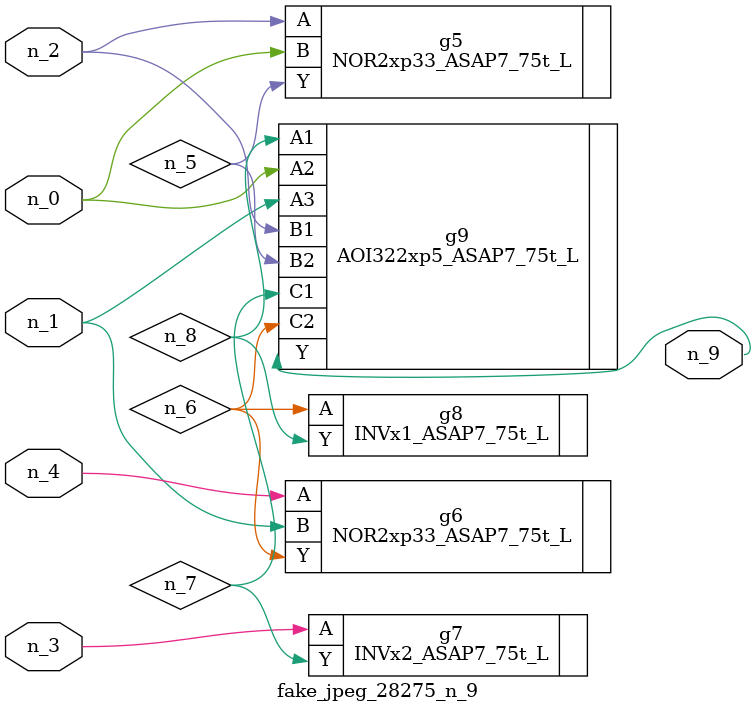
<source format=v>
module fake_jpeg_28275_n_9 (n_3, n_2, n_1, n_0, n_4, n_9);

input n_3;
input n_2;
input n_1;
input n_0;
input n_4;

output n_9;

wire n_8;
wire n_6;
wire n_5;
wire n_7;

NOR2xp33_ASAP7_75t_L g5 ( 
.A(n_2),
.B(n_0),
.Y(n_5)
);

NOR2xp33_ASAP7_75t_L g6 ( 
.A(n_4),
.B(n_1),
.Y(n_6)
);

INVx2_ASAP7_75t_L g7 ( 
.A(n_3),
.Y(n_7)
);

INVx1_ASAP7_75t_L g8 ( 
.A(n_6),
.Y(n_8)
);

AOI322xp5_ASAP7_75t_L g9 ( 
.A1(n_8),
.A2(n_0),
.A3(n_1),
.B1(n_2),
.B2(n_5),
.C1(n_7),
.C2(n_6),
.Y(n_9)
);


endmodule
</source>
